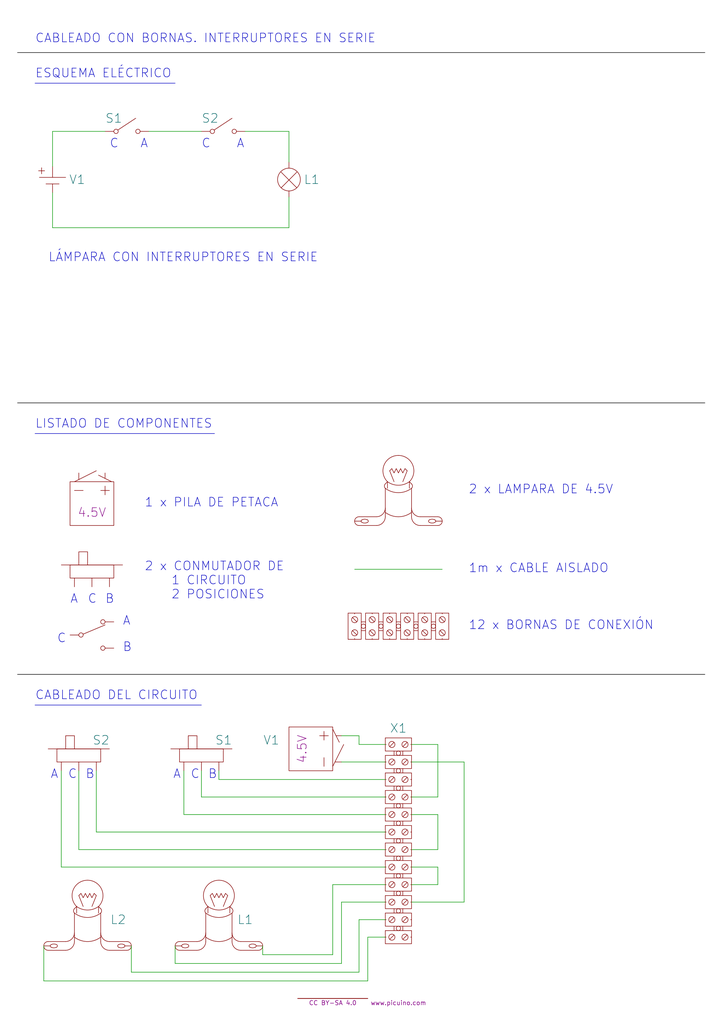
<source format=kicad_sch>
(kicad_sch (version 20211123) (generator eeschema)
  (paper "A4" portrait)
  (title_block (title "CABLEADO CON BORNAS. INTERRUPTORES EN SERIE") (date "14/12/2018") (company "www.picuino.com") (comment 1 "Copyright (c) 2018 by Carlos Pardo") (comment 2 "License CC BY-SA 4.0"))
  (lib_symbols
    (symbol "simbolos:CopyRight" (pin_names (offset 1.016))
      (property "License" "CC BY-SA 4.0" (at -1.27 -1.27 0))
      (property "Web" "www.picuino.com" (at 0 -1.27 0))
      (symbol "CopyRight_0_1"
        (polyline (pts (xy -10.16 0) (xy 10.16 0)) (stroke (width 0.2032)))
      )
    )
    (symbol "simbolos:Pila" (pin_names (offset 1.016))
      (property "Reference" "V" (at 5.08 -4.445 0))
      (symbol "Pila_0_1"
        (polyline (pts (xy -4.064 -1.27) (xy -2.286 -1.27)))
        (polyline (pts (xy -3.81 -3.175) (xy 3.81 -3.175)))
        (polyline (pts (xy -3.175 -0.381) (xy -3.175 -2.159)))
        (polyline (pts (xy -1.905 -5.08) (xy 1.905 -5.08)))
      )
      (symbol "Pila_1_1"
        (pin input line (at 0 -7.62 90) (length 2.54) (name "") (number ""))
        (pin input line (at 0 0 270) (length 3.175) (name "") (number ""))
      )
    )
    (symbol "simbolos:borna_12x2" (pin_names (offset 1.016))
      (property "Reference" "X" (at 3.81 3.81 0))
      (symbol "borna_12x2_0_1"
        (rectangle (start 0 -53.975) (end 7.62 -57.785))
        (rectangle (start 0 -48.895) (end 7.62 -52.705))
        (rectangle (start 0 -43.815) (end 7.62 -47.625))
        (rectangle (start 0 -38.735) (end 7.62 -42.545))
        (rectangle (start 0 -33.655) (end 7.62 -37.465))
        (rectangle (start 0 -28.575) (end 7.62 -32.385))
        (rectangle (start 0 -23.495) (end 7.62 -27.305))
        (rectangle (start 0 -18.415) (end 7.62 -22.225))
        (rectangle (start 0 -13.335) (end 7.62 -17.145))
        (rectangle (start 0 -8.255) (end 7.62 -12.065))
        (rectangle (start 0 -3.175) (end 7.62 -6.985))
        (polyline (pts (xy 1.27 -56.515) (xy 2.54 -55.245)))
        (polyline (pts (xy 1.27 -51.435) (xy 2.54 -50.165)))
        (polyline (pts (xy 1.27 -46.355) (xy 2.54 -45.085)))
        (polyline (pts (xy 1.27 -41.275) (xy 2.54 -40.005)))
        (polyline (pts (xy 1.27 -36.195) (xy 2.54 -34.925)))
        (polyline (pts (xy 1.27 -31.115) (xy 2.54 -29.845)))
        (polyline (pts (xy 1.27 -26.035) (xy 2.54 -24.765)))
        (polyline (pts (xy 1.27 -20.955) (xy 2.54 -19.685)))
        (polyline (pts (xy 1.27 -15.875) (xy 2.54 -14.605)))
        (polyline (pts (xy 1.27 -10.795) (xy 2.54 -9.525)))
        (polyline (pts (xy 1.27 -5.715) (xy 2.54 -4.445)))
        (polyline (pts (xy 1.27 -0.635) (xy 2.54 0.635)))
        (polyline (pts (xy 2.54 -53.975) (xy 2.54 -52.705)))
        (polyline (pts (xy 2.54 -48.895) (xy 2.54 -47.625)))
        (polyline (pts (xy 2.54 -43.815) (xy 2.54 -42.545)))
        (polyline (pts (xy 2.54 -38.735) (xy 2.54 -37.465)))
        (polyline (pts (xy 2.54 -33.655) (xy 2.54 -32.385)))
        (polyline (pts (xy 2.54 -28.575) (xy 2.54 -27.305)))
        (polyline (pts (xy 2.54 -23.495) (xy 2.54 -22.225)))
        (polyline (pts (xy 2.54 -18.415) (xy 2.54 -17.145)))
        (polyline (pts (xy 2.54 -13.335) (xy 2.54 -12.065)))
        (polyline (pts (xy 2.54 -8.255) (xy 2.54 -6.985)))
        (polyline (pts (xy 2.54 -3.175) (xy 2.54 -1.905)))
        (polyline (pts (xy 5.08 -56.515) (xy 6.35 -55.245)))
        (polyline (pts (xy 5.08 -53.975) (xy 5.08 -52.705)))
        (polyline (pts (xy 5.08 -51.435) (xy 6.35 -50.165)))
        (polyline (pts (xy 5.08 -48.895) (xy 5.08 -47.625)))
        (polyline (pts (xy 5.08 -46.355) (xy 6.35 -45.085)))
        (polyline (pts (xy 5.08 -43.815) (xy 5.08 -42.545)))
        (polyline (pts (xy 5.08 -41.275) (xy 6.35 -40.005)))
        (polyline (pts (xy 5.08 -38.735) (xy 5.08 -37.465)))
        (polyline (pts (xy 5.08 -36.195) (xy 6.35 -34.925)))
        (polyline (pts (xy 5.08 -33.655) (xy 5.08 -32.385)))
        (polyline (pts (xy 5.08 -31.115) (xy 6.35 -29.845)))
        (polyline (pts (xy 5.08 -28.575) (xy 5.08 -27.305)))
        (polyline (pts (xy 5.08 -26.035) (xy 6.35 -24.765)))
        (polyline (pts (xy 5.08 -23.495) (xy 5.08 -22.225)))
        (polyline (pts (xy 5.08 -20.955) (xy 6.35 -19.685)))
        (polyline (pts (xy 5.08 -18.415) (xy 5.08 -17.145)))
        (polyline (pts (xy 5.08 -15.875) (xy 6.35 -14.605)))
        (polyline (pts (xy 5.08 -13.335) (xy 5.08 -12.065)))
        (polyline (pts (xy 5.08 -10.795) (xy 6.35 -9.525)))
        (polyline (pts (xy 5.08 -8.255) (xy 5.08 -6.985)))
        (polyline (pts (xy 5.08 -5.715) (xy 6.35 -4.445)))
        (polyline (pts (xy 5.08 -3.175) (xy 5.08 -1.905)))
        (polyline (pts (xy 5.08 -0.635) (xy 6.35 0.635)))
        (rectangle (start 0 1.905) (end 7.62 -1.905))
        (circle (center 1.905 -55.88) (radius 0.889))
        (circle (center 1.905 -50.8) (radius 0.889))
        (circle (center 1.905 -45.72) (radius 0.889))
        (circle (center 1.905 -40.64) (radius 0.889))
        (circle (center 1.905 -35.56) (radius 0.889))
        (circle (center 1.905 -30.48) (radius 0.889))
        (circle (center 1.905 -25.4) (radius 0.889))
        (circle (center 1.905 -20.32) (radius 0.889))
        (circle (center 1.905 -15.24) (radius 0.889))
        (circle (center 1.905 -10.16) (radius 0.889))
        (circle (center 1.905 -5.08) (radius 0.889))
        (circle (center 1.905 0) (radius 0.889))
        (circle (center 3.81 -53.34) (radius 0.635))
        (circle (center 3.81 -48.26) (radius 0.635))
        (circle (center 3.81 -43.18) (radius 0.635))
        (circle (center 3.81 -38.1) (radius 0.635))
        (circle (center 3.81 -33.02) (radius 0.635))
        (circle (center 3.81 -27.94) (radius 0.635))
        (circle (center 3.81 -22.86) (radius 0.635))
        (circle (center 3.81 -17.78) (radius 0.635))
        (circle (center 3.81 -12.7) (radius 0.635))
        (circle (center 3.81 -7.62) (radius 0.635))
        (circle (center 3.81 -2.54) (radius 0.635))
        (circle (center 5.715 -55.88) (radius 0.889))
        (circle (center 5.715 -50.8) (radius 0.889))
        (circle (center 5.715 -45.72) (radius 0.889))
        (circle (center 5.715 -40.64) (radius 0.889))
        (circle (center 5.715 -35.56) (radius 0.889))
        (circle (center 5.715 -30.48) (radius 0.889))
        (circle (center 5.715 -25.4) (radius 0.889))
        (circle (center 5.715 -20.32) (radius 0.889))
        (circle (center 5.715 -15.24) (radius 0.889))
        (circle (center 5.715 -10.16) (radius 0.889))
        (circle (center 5.715 -5.08) (radius 0.889))
        (circle (center 5.715 0) (radius 0.889))
      )
      (symbol "borna_12x2_1_1"
        (pin input line (at 0 -55.88 0) (length 0.254) (name "") (number ""))
        (pin input line (at 0 -50.8 0) (length 0.254) (name "") (number ""))
        (pin input line (at 0 -45.72 0) (length 0.254) (name "") (number ""))
        (pin input line (at 0 -40.64 0) (length 0.254) (name "") (number ""))
        (pin input line (at 0 -35.56 0) (length 0.254) (name "") (number ""))
        (pin input line (at 0 -30.48 0) (length 0.254) (name "") (number ""))
        (pin input line (at 0 -25.4 0) (length 0.254) (name "") (number ""))
        (pin input line (at 0 -20.32 0) (length 0.254) (name "") (number ""))
        (pin input line (at 0 -15.24 0) (length 0.254) (name "") (number ""))
        (pin input line (at 0 -10.16 0) (length 0.254) (name "") (number ""))
        (pin input line (at 0 -5.08 0) (length 0.254) (name "") (number ""))
        (pin input line (at 0 0 0) (length 0.254) (name "") (number ""))
        (pin input line (at 7.62 -55.88 180) (length 0.254) (name "") (number ""))
        (pin input line (at 7.62 -50.8 180) (length 0.254) (name "") (number ""))
        (pin input line (at 7.62 -45.72 180) (length 0.254) (name "") (number ""))
        (pin input line (at 7.62 -40.64 180) (length 0.254) (name "") (number ""))
        (pin input line (at 7.62 -35.56 180) (length 0.254) (name "") (number ""))
        (pin input line (at 7.62 -30.48 180) (length 0.254) (name "") (number ""))
        (pin input line (at 7.62 -25.4 180) (length 0.254) (name "") (number ""))
        (pin input line (at 7.62 -20.32 180) (length 0.254) (name "") (number ""))
        (pin input line (at 7.62 -15.24 180) (length 0.254) (name "") (number ""))
        (pin input line (at 7.62 -10.16 180) (length 0.254) (name "") (number ""))
        (pin input line (at 7.62 -5.08 180) (length 0.254) (name "") (number ""))
        (pin input line (at 7.62 0 180) (length 0.254) (name "") (number ""))
      )
    )
    (symbol "simbolos:borna_6x2" (pin_names (offset 1.016))
      (property "Reference" "X" (at 3.81 3.81 0))
      (symbol "borna_6x2_0_1"
        (rectangle (start 0 -23.495) (end 7.62 -27.305))
        (rectangle (start 0 -18.415) (end 7.62 -22.225))
        (rectangle (start 0 -13.335) (end 7.62 -17.145))
        (rectangle (start 0 -8.255) (end 7.62 -12.065))
        (rectangle (start 0 -3.175) (end 7.62 -6.985))
        (polyline (pts (xy 1.27 -26.035) (xy 2.54 -24.765)))
        (polyline (pts (xy 1.27 -20.955) (xy 2.54 -19.685)))
        (polyline (pts (xy 1.27 -15.875) (xy 2.54 -14.605)))
        (polyline (pts (xy 1.27 -10.795) (xy 2.54 -9.525)))
        (polyline (pts (xy 1.27 -5.715) (xy 2.54 -4.445)))
        (polyline (pts (xy 1.27 -0.635) (xy 2.54 0.635)))
        (polyline (pts (xy 2.54 -23.495) (xy 2.54 -22.225)))
        (polyline (pts (xy 2.54 -18.415) (xy 2.54 -17.145)))
        (polyline (pts (xy 2.54 -13.335) (xy 2.54 -12.065)))
        (polyline (pts (xy 2.54 -8.255) (xy 2.54 -6.985)))
        (polyline (pts (xy 2.54 -3.175) (xy 2.54 -1.905)))
        (polyline (pts (xy 5.08 -26.035) (xy 6.35 -24.765)))
        (polyline (pts (xy 5.08 -23.495) (xy 5.08 -22.225)))
        (polyline (pts (xy 5.08 -20.955) (xy 6.35 -19.685)))
        (polyline (pts (xy 5.08 -18.415) (xy 5.08 -17.145)))
        (polyline (pts (xy 5.08 -15.875) (xy 6.35 -14.605)))
        (polyline (pts (xy 5.08 -13.335) (xy 5.08 -12.065)))
        (polyline (pts (xy 5.08 -10.795) (xy 6.35 -9.525)))
        (polyline (pts (xy 5.08 -8.255) (xy 5.08 -6.985)))
        (polyline (pts (xy 5.08 -5.715) (xy 6.35 -4.445)))
        (polyline (pts (xy 5.08 -3.175) (xy 5.08 -1.905)))
        (polyline (pts (xy 5.08 -0.635) (xy 6.35 0.635)))
        (rectangle (start 0 1.905) (end 7.62 -1.905))
        (circle (center 1.905 -25.4) (radius 0.889))
        (circle (center 1.905 -20.32) (radius 0.889))
        (circle (center 1.905 -15.24) (radius 0.889))
        (circle (center 1.905 -10.16) (radius 0.889))
        (circle (center 1.905 -5.08) (radius 0.889))
        (circle (center 1.905 0) (radius 0.889))
        (circle (center 3.81 -22.86) (radius 0.635))
        (circle (center 3.81 -17.78) (radius 0.635))
        (circle (center 3.81 -12.7) (radius 0.635))
        (circle (center 3.81 -7.62) (radius 0.635))
        (circle (center 3.81 -2.54) (radius 0.635))
        (circle (center 5.715 -25.4) (radius 0.889))
        (circle (center 5.715 -20.32) (radius 0.889))
        (circle (center 5.715 -15.24) (radius 0.889))
        (circle (center 5.715 -10.16) (radius 0.889))
        (circle (center 5.715 -5.08) (radius 0.889))
        (circle (center 5.715 0) (radius 0.889))
      )
      (symbol "borna_6x2_1_1"
        (pin input line (at 0 -25.4 0) (length 0.254) (name "") (number ""))
        (pin input line (at 0 -20.32 0) (length 0.254) (name "") (number ""))
        (pin input line (at 0 -15.24 0) (length 0.254) (name "") (number ""))
        (pin input line (at 0 -10.16 0) (length 0.254) (name "") (number ""))
        (pin input line (at 0 -5.08 0) (length 0.254) (name "") (number ""))
        (pin input line (at 0 0 0) (length 0.254) (name "") (number ""))
        (pin input line (at 7.62 -25.4 180) (length 0.254) (name "") (number ""))
        (pin input line (at 7.62 -20.32 180) (length 0.254) (name "") (number ""))
        (pin input line (at 7.62 -15.24 180) (length 0.254) (name "") (number ""))
        (pin input line (at 7.62 -10.16 180) (length 0.254) (name "") (number ""))
        (pin input line (at 7.62 -5.08 180) (length 0.254) (name "") (number ""))
        (pin input line (at 7.62 0 180) (length 0.254) (name "") (number ""))
      )
    )
    (symbol "simbolos:conmutador" (pin_names (offset 1.016))
      (property "Reference" "S" (at 4.445 3.175 0))
      (symbol "conmutador_0_0"
        (circle (center 3.175 0) (radius 0.635))
        (circle (center 9.525 -3.81) (radius 0.635))
        (circle (center 9.525 3.81) (radius 0.635))
      )
      (symbol "conmutador_0_1"
        (polyline (pts (xy 10.16 2.921) (xy 3.81 0.254)))
      )
      (symbol "conmutador_1_1"
        (pin input line (at 0 0 0) (length 2.54) (name "") (number ""))
        (pin input line (at 12.7 -3.81 180) (length 2.54) (name "") (number ""))
        (pin input line (at 12.7 3.81 180) (length 2.54) (name "") (number ""))
      )
    )
    (symbol "simbolos:interruptor" (pin_names (offset 1.016))
      (property "Reference" "S" (at 4.445 3.175 0))
      (symbol "interruptor_0_0"
        (polyline (pts (xy 8.89 3.81) (xy 3.683 0.381)))
        (circle (center 3.175 0) (radius 0.635))
        (circle (center 9.525 0) (radius 0.635))
      )
      (symbol "interruptor_1_1"
        (pin input line (at 0 0 0) (length 2.54) (name "") (number ""))
        (pin input line (at 12.7 0 180) (length 2.54) (name "") (number ""))
      )
    )
    (symbol "simbolos:lampara" (pin_names (offset 1.016))
      (property "Reference" "L" (at 4.445 -5.08 0))
      (symbol "lampara_0_1"
        (circle (center 0 -5.08) (radius 3.302))
        (polyline (pts (xy -2.286 -7.493) (xy 2.286 -2.921)))
        (polyline (pts (xy -2.286 -2.921) (xy 2.286 -7.493)))
      )
      (symbol "lampara_1_1"
        (pin input line (at 0 -10.16 90) (length 1.778) (name "") (number ""))
        (pin input line (at 0 0 270) (length 1.778) (name "") (number ""))
      )
    )
    (symbol "simbolos:lampara_pack" (pin_names (offset 1.016))
      (property "Reference" "L" (at 17.78 6.35 0))
      (symbol "lampara_pack_0_1"
        (polyline (pts (xy 1.27 -1.27) (xy 6.35 -1.27)))
        (polyline (pts (xy 6.35 1.27) (xy 1.27 1.27)))
        (polyline (pts (xy 8.89 1.27) (xy 8.89 9.525)))
        (polyline (pts (xy 8.89 10.795) (xy 9.525 11.43)))
        (polyline (pts (xy 9.525 11.43) (xy 9.525 9.525)))
        (polyline (pts (xy 11.43 11.43) (xy 10.16 14.605)))
        (polyline (pts (xy 13.97 11.43) (xy 15.24 14.605)))
        (polyline (pts (xy 15.875 11.43) (xy 15.875 9.525)))
        (polyline (pts (xy 16.51 1.27) (xy 16.51 9.525)))
        (polyline (pts (xy 16.51 10.795) (xy 15.875 11.43)))
        (polyline (pts (xy 19.05 1.27) (xy 24.13 1.27)))
        (polyline (pts (xy 24.13 -1.27) (xy 19.05 -1.27)))
        (polyline (pts (xy 10.16 14.605) (xy 10.795 15.24) (xy 11.43 13.97) (xy 12.065 15.24) (xy 12.7 13.97) (xy 13.335 15.24) (xy 13.97 13.97) (xy 14.605 15.24) (xy 15.24 14.605)))
        (arc (start 1.27 1.27) (mid 0 0) (end 1.27 -1.27))
        (arc (start 2.159 -0.381) (mid 2.921 -0.5609) (end 3.683 -0.381))
        (arc (start 2.159 0.381) (mid 1.8844 0) (end 2.159 -0.381))
        (arc (start 3.683 -0.381) (mid 3.9576 0) (end 3.683 0.381))
        (arc (start 3.683 0.381) (mid 2.921 0.5609) (end 2.159 0.381))
        (arc (start 6.35 -1.27) (mid 8.1297 -0.5171) (end 8.89 1.27))
        (arc (start 6.35 1.27) (mid 8.1297 2.0229) (end 8.89 3.81))
        (arc (start 8.89 2.54) (mid 12.7 1.27) (end 16.51 2.54))
        (arc (start 8.89 9.525) (mid 12.7 8.255) (end 16.51 9.525))
        (arc (start 8.89 10.795) (mid 8.627 10.16) (end 8.89 9.525))
        (arc (start 9.525 11.43) (mid 12.7 10.4125) (end 15.875 11.43))
        (arc (start 12.7 19.05) (mid 8.5493 16.3021) (end 9.525 11.43))
        (arc (start 15.875 11.43) (mid 16.8357 16.2958) (end 12.7 19.05))
        (arc (start 16.51 1.27) (mid 17.2523 -0.5349) (end 19.05 -1.27))
        (arc (start 16.51 3.81) (mid 17.2523 2.0051) (end 19.05 1.27))
        (arc (start 16.51 9.525) (mid 16.773 10.16) (end 16.51 10.795))
        (arc (start 21.717 -0.381) (mid 22.479 -0.5609) (end 23.241 -0.381))
        (arc (start 21.717 0.381) (mid 21.4424 0) (end 21.717 -0.381))
        (arc (start 23.241 -0.381) (mid 23.5156 0) (end 23.241 0.381))
        (arc (start 23.241 0.381) (mid 22.479 0.5609) (end 21.717 0.381))
        (arc (start 24.13 -1.27) (mid 25.4 0) (end 24.13 1.27))
      )
      (symbol "lampara_pack_1_1"
        (pin input line (at 0 0 0) (length 1.905) (name "") (number ""))
        (pin input line (at 25.4 0 180) (length 1.905) (name "") (number ""))
      )
    )
    (symbol "simbolos:pila_petaca" (pin_names (offset 1.016))
      (property "Reference" "V" (at 11.43 -8.89 0))
      (property "V" "4.5V" (at 3.81 -12.7 0))
      (symbol "pila_petaca_0_1"
        (rectangle (start -2.54 -2.54) (end 10.16 -15.24))
        (polyline (pts (xy -1.27 -5.08) (xy 1.27 -5.08)))
        (polyline (pts (xy -1.27 -2.54) (xy 5.08 0.635)))
        (polyline (pts (xy 7.62 -3.81) (xy 7.62 -6.35)))
        (polyline (pts (xy 8.89 -5.08) (xy 6.35 -5.08)))
        (polyline (pts (xy 9.525 -2.54) (xy 5.715 -0.635)))
      )
      (symbol "pila_petaca_1_1"
        (pin input line (at 0 0 270) (length 1.905) (name "") (number ""))
        (pin input line (at 7.62 0 270) (length 1.524) (name "") (number ""))
      )
    )
    (symbol "simbolos:selector_pack" (pin_names (offset 1.016))
      (property "Reference" "S" (at 11.43 8.89 0))
      (symbol "selector_pack_0_1"
        (rectangle (start -1.27 6.35) (end 11.43 2.54))
        (polyline (pts (xy 13.97 6.35) (xy -3.81 6.35)))
        (polyline (pts (xy 1.27 6.35) (xy 1.27 10.16) (xy 3.81 10.16) (xy 3.81 6.35)))
      )
      (symbol "selector_pack_1_1"
        (pin input line (at 0 0 90) (length 2.54) (name "") (number ""))
        (pin input line (at 5.08 0 90) (length 2.54) (name "") (number ""))
        (pin input line (at 10.16 0 90) (length 2.54) (name "") (number ""))
      )
    )
  )
  (wire (pts (xy 43.18 38.1) (xy 58.42 38.1)))
  (wire (pts (xy 111.76 226.06) (xy 63.5 226.06)))
  (wire (pts (xy 76.2 276.86) (xy 96.52 276.86)))
  (wire (pts (xy 99.06 220.98) (xy 111.76 220.98)))
  (wire (pts (xy 127 256.54) (xy 119.38 256.54)))
  (wire (pts (xy 127 236.22) (xy 127 246.38)))
  (polyline (pts (xy 10.16 204.47) (xy 58.42 204.47)) (stroke (width 0) (type solid)))
  (wire (pts (xy 17.78 223.52) (xy 17.78 251.46)))
  (wire (pts (xy 134.62 220.98) (xy 119.38 220.98)))
  (wire (pts (xy 83.82 66.04) (xy 83.82 57.15)))
  (wire (pts (xy 99.06 261.62) (xy 99.06 279.4)))
  (polyline (pts (xy 5.08 15.24) (xy 204.47 15.24)) (stroke (width 0) (type solid) (color 0 0 0 1)))
  (wire (pts (xy 111.76 241.3) (xy 27.94 241.3)))
  (polyline (pts (xy 10.16 24.13) (xy 50.8 24.13)) (stroke (width 0) (type solid)))
  (wire (pts (xy 58.42 223.52) (xy 58.42 231.14)))
  (wire (pts (xy 111.76 236.22) (xy 53.34 236.22)))
  (wire (pts (xy 127 231.14) (xy 119.38 231.14)))
  (wire (pts (xy 15.24 66.04) (xy 83.82 66.04)))
  (wire (pts (xy 104.14 215.9) (xy 104.14 213.36)))
  (wire (pts (xy 111.76 251.46) (xy 17.78 251.46)))
  (wire (pts (xy 15.24 66.04) (xy 15.24 55.88)))
  (wire (pts (xy 104.14 213.36) (xy 99.06 213.36)))
  (polyline (pts (xy 5.08 195.58) (xy 204.47 195.58)) (stroke (width 0) (type solid) (color 0 0 0 1)))
  (wire (pts (xy 22.86 246.38) (xy 111.76 246.38)))
  (wire (pts (xy 63.5 226.06) (xy 63.5 223.52)))
  (wire (pts (xy 119.38 261.62) (xy 134.62 261.62)))
  (wire (pts (xy 111.76 271.78) (xy 106.68 271.78)))
  (wire (pts (xy 127 215.9) (xy 127 231.14)))
  (wire (pts (xy 104.14 266.7) (xy 111.76 266.7)))
  (wire (pts (xy 127 246.38) (xy 119.38 246.38)))
  (wire (pts (xy 102.87 165.1) (xy 128.27 165.1)))
  (wire (pts (xy 127 215.9) (xy 119.38 215.9)))
  (polyline (pts (xy 5.08 116.84) (xy 204.47 116.84)) (stroke (width 0) (type solid) (color 0 0 0 1)))
  (wire (pts (xy 99.06 261.62) (xy 111.76 261.62)))
  (wire (pts (xy 119.38 236.22) (xy 127 236.22)))
  (wire (pts (xy 76.2 274.32) (xy 76.2 276.86)))
  (wire (pts (xy 134.62 261.62) (xy 134.62 220.98)))
  (wire (pts (xy 15.24 38.1) (xy 30.48 38.1)))
  (wire (pts (xy 15.24 48.26) (xy 15.24 38.1)))
  (wire (pts (xy 38.1 274.32) (xy 38.1 281.94)))
  (wire (pts (xy 12.7 284.48) (xy 12.7 274.32)))
  (wire (pts (xy 22.86 223.52) (xy 22.86 246.38)))
  (polyline (pts (xy 10.16 125.73) (xy 62.23 125.73)) (stroke (width 0) (type solid)))
  (wire (pts (xy 96.52 256.54) (xy 96.52 276.86)))
  (wire (pts (xy 38.1 281.94) (xy 104.14 281.94)))
  (wire (pts (xy 104.14 215.9) (xy 111.76 215.9)))
  (wire (pts (xy 127 251.46) (xy 127 256.54)))
  (wire (pts (xy 119.38 251.46) (xy 127 251.46)))
  (wire (pts (xy 27.94 241.3) (xy 27.94 223.52)))
  (wire (pts (xy 106.68 284.48) (xy 12.7 284.48)))
  (wire (pts (xy 96.52 256.54) (xy 111.76 256.54)))
  (wire (pts (xy 50.8 274.32) (xy 50.8 279.4)))
  (wire (pts (xy 104.14 266.7) (xy 104.14 281.94)))
  (wire (pts (xy 83.82 38.1) (xy 83.82 46.99)))
  (wire (pts (xy 58.42 231.14) (xy 111.76 231.14)))
  (wire (pts (xy 106.68 271.78) (xy 106.68 284.48)))
  (wire (pts (xy 71.12 38.1) (xy 83.82 38.1)))
  (wire (pts (xy 53.34 236.22) (xy 53.34 223.52)))
  (wire (pts (xy 50.8 279.4) (xy 99.06 279.4)))
  (text "LÁMPARA CON INTERRUPTORES EN SERIE" (at 13.97 76.2 0) (effects (font (size 2.54 2.54)) (justify left bottom)))
  (text "ESQUEMA ELÉCTRICO" (at 10.16 22.86 0) (effects (font (size 2.54 2.54)) (justify left bottom)))
  (text "A" (at 20.32 175.26 0) (effects (font (size 2.54 2.54)) (justify left bottom)))
  (text "B" (at 24.765 226.06 0) (effects (font (size 2.54 2.54)) (justify left bottom)))
  (text "C" (at 25.4 175.26 0) (effects (font (size 2.54 2.54)) (justify left bottom)))
  (text "A" (at 50.165 226.06 0) (effects (font (size 2.54 2.54)) (justify left bottom)))
  (text "C" (at 16.51 186.69 0) (effects (font (size 2.54 2.54)) (justify left bottom)))
  (text "1 x PILA DE PETACA" (at 41.91 147.32 0) (effects (font (size 2.54 2.54)) (justify left bottom)))
  (text "2 x CONMUTADOR DE\n    1 CIRCUITO\n    2 POSICIONES" (at 41.91 173.99 0) (effects (font (size 2.54 2.54)) (justify left bottom)))
  (text "CABLEADO DEL CIRCUITO" (at 10.16 203.2 0) (effects (font (size 2.54 2.54)) (justify left bottom)))
  (text "2 x LAMPARA DE 4.5V" (at 135.89 143.51 0) (effects (font (size 2.54 2.54)) (justify left bottom)))
  (text "C" (at 55.245 226.06 0) (effects (font (size 2.54 2.54)) (justify left bottom)))
  (text "CABLEADO CON BORNAS. INTERRUPTORES EN SERIE" (at 10.16 12.7 0) (effects (font (size 2.54 2.54)) (justify left bottom)))
  (text "1m x CABLE AISLADO" (at 135.89 166.37 0) (effects (font (size 2.54 2.54)) (justify left bottom)))
  (text "A" (at 40.64 43.18 0) (effects (font (size 2.54 2.54)) (justify left bottom)))
  (text "C" (at 31.75 43.18 0) (effects (font (size 2.54 2.54)) (justify left bottom)))
  (text "A" (at 35.56 181.61 0) (effects (font (size 2.54 2.54)) (justify left bottom)))
  (text "C" (at 19.685 226.06 0) (effects (font (size 2.54 2.54)) (justify left bottom)))
  (text "12 x BORNAS DE CONEXIÓN" (at 135.89 182.88 0) (effects (font (size 2.54 2.54)) (justify left bottom)))
  (text "LISTADO DE COMPONENTES" (at 10.16 124.46 0) (effects (font (size 2.54 2.54)) (justify left bottom)))
  (text "A" (at 68.58 43.18 0) (effects (font (size 2.54 2.54)) (justify left bottom)))
  (text "B" (at 30.48 175.26 0) (effects (font (size 2.54 2.54)) (justify left bottom)))
  (text "B" (at 35.56 189.23 0) (effects (font (size 2.54 2.54)) (justify left bottom)))
  (text "B" (at 60.325 226.06 0) (effects (font (size 2.54 2.54)) (justify left bottom)))
  (text "C" (at 58.42 43.18 0) (effects (font (size 2.54 2.54)) (justify left bottom)))
  (text "A" (at 14.605 226.06 0) (effects (font (size 2.54 2.54)) (justify left bottom)))
  (symbol (lib_id "simbolos:CopyRight") (at 96.52 289.56 0) (unit 1)
    (property "Reference" "CP1" (effects hide))
    (property "Value" "CopyRight" (effects hide))
    (property "License" "CC BY-SA 4.0" (at 96.52 290.83 0))
    (property "Web" "www.picuino.com" (at 115.57 290.83 0))
  )
  (symbol (lib_id "simbolos:borna_12x2") (at 111.76 215.9 0) (unit 1)
    (property "Reference" "X1" (at 115.57 211.1756 0) (effects (font (size 2.54 2.54))))
    (property "Value" "borna_12x2" (effects hide))
  )
  (symbol (lib_id "simbolos:pila_petaca") (at 99.06 220.98 270) (mirror x) (unit 1)
    (property "Reference" "V1" (at 76.2 214.63 90) (effects (font (size 2.54 2.54)) (justify left)))
    (property "Value" "pila_petaca" (effects hide))
    (property "V" "4.5V" (at 87.63 217.17 0) (effects (font (size 2.54 2.54))))
  )
  (symbol (lib_id "simbolos:pila_petaca") (at 22.86 137.16 0) (unit 1)
    (property "Reference" "V?" (effects hide))
    (property "Value" "pila_petaca" (effects hide))
    (property "V" "4.5V" (at 26.67 148.59 0) (effects (font (size 2.54 2.54))))
  )
  (symbol (lib_id "simbolos:Pila") (at 15.24 48.26 0) (unit 1)
    (property "Reference" "V1" (at 19.8882 52.07 0) (effects (font (size 2.54 2.54)) (justify left)))
    (property "Value" "Pila" (effects hide))
  )
  (symbol (lib_id "simbolos:lampara") (at 83.82 46.99 0) (unit 1)
    (property "Reference" "L1" (at 87.9602 52.07 0) (effects (font (size 2.54 2.54)) (justify left)))
    (property "Value" "lampara" (effects hide))
  )
  (symbol (lib_id "simbolos:lampara_pack") (at 50.8 274.32 0) (unit 1)
    (property "Reference" "L1" (at 71.12 266.7 0) (effects (font (size 2.54 2.54))))
    (property "Value" "lampara_pack" (effects hide))
  )
  (symbol (lib_id "simbolos:lampara_pack") (at 12.7 274.32 0) (unit 1)
    (property "Reference" "L2" (at 34.29 266.7 0) (effects (font (size 2.54 2.54))))
    (property "Value" "lampara_pack" (effects hide))
  )
  (symbol (lib_id "simbolos:borna_6x2") (at 128.27 177.8 270) (unit 1)
    (property "Reference" "X?" (effects hide))
    (property "Value" "borna_6x2" (effects hide))
  )
  (symbol (lib_id "simbolos:conmutador") (at 20.32 184.15 0) (unit 1)
    (property "Reference" "S?" (effects hide))
    (property "Value" "conmutador" (effects hide))
  )
  (symbol (lib_id "simbolos:selector_pack") (at 53.34 223.52 0) (unit 1)
    (property "Reference" "S1" (at 62.23 214.63 0) (effects (font (size 2.54 2.54)) (justify left)))
    (property "Value" "selector_pack" (effects hide))
  )
  (symbol (lib_id "simbolos:selector_pack") (at 17.78 223.52 0) (unit 1)
    (property "Reference" "S2" (at 26.67 214.63 0) (effects (font (size 2.54 2.54)) (justify left)))
    (property "Value" "selector_pack" (effects hide))
  )
  (symbol (lib_id "simbolos:selector_pack") (at 21.59 170.18 0) (unit 1)
    (property "Reference" "S?" (effects hide))
    (property "Value" "selector_pack" (effects hide))
  )
  (symbol (lib_id "simbolos:lampara_pack") (at 102.87 151.13 0) (unit 1)
    (property "Reference" "L?" (effects hide))
    (property "Value" "lampara_pack" (effects hide))
  )
  (symbol (lib_id "simbolos:interruptor") (at 30.48 38.1 0) (unit 1)
    (property "Reference" "S1" (at 33.02 34.29 0) (effects (font (size 2.54 2.54))))
    (property "Value" "interruptor" (effects hide))
  )
  (symbol (lib_id "simbolos:interruptor") (at 58.42 38.1 0) (unit 1)
    (property "Reference" "S2" (at 60.96 34.29 0) (effects (font (size 2.54 2.54))))
    (property "Value" "interruptor" (effects hide))
  )
  (sheet (at 218.44 29.21) (size 66.04 7.62)
    (property "Sheet name" "2" (at 218.44 27.8634 0) (effects (font (size 2.54 2.54)) (justify left bottom)))
    (property "Sheet file" "electric-bornas-interruptores-serie-2.kicad_sch" (at 218.44 37.9226 0) (effects (font (size 2.54 2.54)) (justify left top)))
  )
)
</source>
